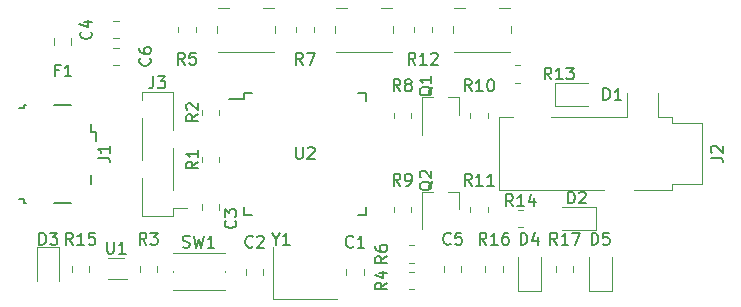
<source format=gbr>
%TF.GenerationSoftware,KiCad,Pcbnew,(5.1.9)-1*%
%TF.CreationDate,2021-12-06T20:25:47-06:00*%
%TF.ProjectId,microkfd,6d696372-6f6b-4666-942e-6b696361645f,A*%
%TF.SameCoordinates,Original*%
%TF.FileFunction,Legend,Top*%
%TF.FilePolarity,Positive*%
%FSLAX46Y46*%
G04 Gerber Fmt 4.6, Leading zero omitted, Abs format (unit mm)*
G04 Created by KiCad (PCBNEW (5.1.9)-1) date 2021-12-06 20:25:47*
%MOMM*%
%LPD*%
G01*
G04 APERTURE LIST*
%ADD10C,0.150000*%
%ADD11C,0.120000*%
G04 APERTURE END LIST*
D10*
%TO.C,J1*%
X96900000Y-101800000D02*
X96900000Y-102525000D01*
X96900000Y-98200000D02*
X96900000Y-97475000D01*
X97325000Y-98200000D02*
X96900000Y-98200000D01*
X97325000Y-98925000D02*
X97325000Y-98200000D01*
X93750000Y-104150000D02*
X95150000Y-104150000D01*
X91200000Y-104150000D02*
X91350000Y-104150000D01*
X91200000Y-103850000D02*
X91200000Y-104150000D01*
X90750000Y-103850000D02*
X91200000Y-103850000D01*
X91200000Y-96150000D02*
X90750000Y-96150000D01*
X91200000Y-95850000D02*
X91200000Y-96150000D01*
X91350000Y-95850000D02*
X91200000Y-95850000D01*
X95150000Y-95850000D02*
X93750000Y-95850000D01*
%TO.C,U2*%
X109825000Y-94825000D02*
X109825000Y-95400000D01*
X120175000Y-94825000D02*
X120175000Y-95500000D01*
X120175000Y-105175000D02*
X120175000Y-104500000D01*
X109825000Y-105175000D02*
X109825000Y-104500000D01*
X109825000Y-94825000D02*
X110500000Y-94825000D01*
X109825000Y-105175000D02*
X110500000Y-105175000D01*
X120175000Y-105175000D02*
X119500000Y-105175000D01*
X120175000Y-94825000D02*
X119500000Y-94825000D01*
X109825000Y-95400000D02*
X108550000Y-95400000D01*
D11*
%TO.C,C1*%
X119985000Y-110261252D02*
X119985000Y-109738748D01*
X118515000Y-110261252D02*
X118515000Y-109738748D01*
%TO.C,C2*%
X110015000Y-109738748D02*
X110015000Y-110261252D01*
X111485000Y-109738748D02*
X111485000Y-110261252D01*
%TO.C,C3*%
X107735000Y-104238748D02*
X107735000Y-104761252D01*
X106265000Y-104238748D02*
X106265000Y-104761252D01*
%TO.C,C4*%
X98738748Y-88765000D02*
X99261252Y-88765000D01*
X98738748Y-90235000D02*
X99261252Y-90235000D01*
%TO.C,C5*%
X126765000Y-110011252D02*
X126765000Y-109488748D01*
X128235000Y-110011252D02*
X128235000Y-109488748D01*
%TO.C,C6*%
X98738748Y-92485000D02*
X99261252Y-92485000D01*
X98738748Y-91015000D02*
X99261252Y-91015000D01*
%TO.C,D1*%
X139000000Y-94040000D02*
X136140000Y-94040000D01*
X136140000Y-94040000D02*
X136140000Y-95960000D01*
X136140000Y-95960000D02*
X139000000Y-95960000D01*
%TO.C,D2*%
X136750000Y-106460000D02*
X139610000Y-106460000D01*
X139610000Y-106460000D02*
X139610000Y-104540000D01*
X139610000Y-104540000D02*
X136750000Y-104540000D01*
%TO.C,D3*%
X92290000Y-107890000D02*
X92290000Y-110750000D01*
X94210000Y-107890000D02*
X92290000Y-107890000D01*
X94210000Y-110750000D02*
X94210000Y-107890000D01*
%TO.C,D4*%
X133040000Y-108725000D02*
X133040000Y-111585000D01*
X133040000Y-111585000D02*
X134960000Y-111585000D01*
X134960000Y-111585000D02*
X134960000Y-108725000D01*
%TO.C,D5*%
X140960000Y-111610000D02*
X140960000Y-108750000D01*
X139040000Y-111610000D02*
X140960000Y-111610000D01*
X139040000Y-108750000D02*
X139040000Y-111610000D01*
%TO.C,F1*%
X95210000Y-90238748D02*
X95210000Y-90761252D01*
X93790000Y-90238748D02*
X93790000Y-90761252D01*
%TO.C,J2*%
X144900000Y-96900000D02*
X146100000Y-96900000D01*
X146100000Y-96900000D02*
X146100000Y-97400000D01*
X146100000Y-97400000D02*
X148600000Y-97400000D01*
X148600000Y-97400000D02*
X148600000Y-102600000D01*
X148600000Y-102600000D02*
X146100000Y-102600000D01*
X146100000Y-102600000D02*
X146100000Y-103100000D01*
X146100000Y-103100000D02*
X142900000Y-103100000D01*
X140300000Y-103100000D02*
X131400000Y-103100000D01*
X131400000Y-103100000D02*
X131400000Y-96900000D01*
X131400000Y-96900000D02*
X132600000Y-96900000D01*
X135800000Y-96900000D02*
X142300000Y-96900000D01*
X144900000Y-96900000D02*
X144900000Y-94900000D01*
X142300000Y-96900000D02*
X142300000Y-94900000D01*
%TO.C,J3*%
X103830000Y-105240000D02*
X101170000Y-105240000D01*
X101170000Y-105240000D02*
X101170000Y-102030000D01*
X101170000Y-100510000D02*
X101170000Y-96950000D01*
X101170000Y-95430000D02*
X101170000Y-94760000D01*
X103830000Y-94760000D02*
X101170000Y-94760000D01*
X103830000Y-105240000D02*
X103830000Y-104570000D01*
X103830000Y-103050000D02*
X103830000Y-99490000D01*
X103830000Y-97970000D02*
X103830000Y-94760000D01*
X105040000Y-104570000D02*
X103830000Y-104570000D01*
%TO.C,Q1*%
X128080000Y-95240000D02*
X127150000Y-95240000D01*
X124920000Y-95240000D02*
X125850000Y-95240000D01*
X124920000Y-95240000D02*
X124920000Y-98400000D01*
X128080000Y-95240000D02*
X128080000Y-96700000D01*
%TO.C,Q2*%
X128080000Y-103240000D02*
X128080000Y-104700000D01*
X124920000Y-103240000D02*
X124920000Y-106400000D01*
X124920000Y-103240000D02*
X125850000Y-103240000D01*
X128080000Y-103240000D02*
X127150000Y-103240000D01*
%TO.C,R1*%
X107735000Y-100272936D02*
X107735000Y-100727064D01*
X106265000Y-100272936D02*
X106265000Y-100727064D01*
%TO.C,R2*%
X106265000Y-96272936D02*
X106265000Y-96727064D01*
X107735000Y-96272936D02*
X107735000Y-96727064D01*
%TO.C,R3*%
X102485000Y-109977064D02*
X102485000Y-109522936D01*
X101015000Y-109977064D02*
X101015000Y-109522936D01*
%TO.C,R4*%
X123772936Y-110015000D02*
X124227064Y-110015000D01*
X123772936Y-111485000D02*
X124227064Y-111485000D01*
%TO.C,R5*%
X105735000Y-89727064D02*
X105735000Y-89272936D01*
X104265000Y-89727064D02*
X104265000Y-89272936D01*
%TO.C,R6*%
X123772936Y-107765000D02*
X124227064Y-107765000D01*
X123772936Y-109235000D02*
X124227064Y-109235000D01*
%TO.C,R7*%
X114265000Y-89727064D02*
X114265000Y-89272936D01*
X115735000Y-89727064D02*
X115735000Y-89272936D01*
%TO.C,R8*%
X123985000Y-96977064D02*
X123985000Y-96522936D01*
X122515000Y-96977064D02*
X122515000Y-96522936D01*
%TO.C,R9*%
X122515000Y-104977064D02*
X122515000Y-104522936D01*
X123985000Y-104977064D02*
X123985000Y-104522936D01*
%TO.C,R10*%
X130485000Y-96522936D02*
X130485000Y-96977064D01*
X129015000Y-96522936D02*
X129015000Y-96977064D01*
%TO.C,R11*%
X129015000Y-104977064D02*
X129015000Y-104522936D01*
X130485000Y-104977064D02*
X130485000Y-104522936D01*
%TO.C,R12*%
X125735000Y-89727064D02*
X125735000Y-89272936D01*
X124265000Y-89727064D02*
X124265000Y-89272936D01*
%TO.C,R13*%
X132772936Y-92515000D02*
X133227064Y-92515000D01*
X132772936Y-93985000D02*
X133227064Y-93985000D01*
%TO.C,R14*%
X133022936Y-106235000D02*
X133477064Y-106235000D01*
X133022936Y-104765000D02*
X133477064Y-104765000D01*
%TO.C,R15*%
X95265000Y-109522936D02*
X95265000Y-109977064D01*
X96735000Y-109522936D02*
X96735000Y-109977064D01*
%TO.C,R16*%
X131735000Y-109522936D02*
X131735000Y-109977064D01*
X130265000Y-109522936D02*
X130265000Y-109977064D01*
%TO.C,R17*%
X136265000Y-109522936D02*
X136265000Y-109977064D01*
X137735000Y-109522936D02*
X137735000Y-109977064D01*
%TO.C,SW1*%
X103800000Y-109950000D02*
X103800000Y-110050000D01*
X108200000Y-108450000D02*
X103800000Y-108450000D01*
X103800000Y-111550000D02*
X108200000Y-111550000D01*
X108200000Y-109950000D02*
X108200000Y-110050000D01*
%TO.C,SW2*%
X112350000Y-87650000D02*
X111425000Y-87650000D01*
X112350000Y-91350000D02*
X107650000Y-91350000D01*
X107550000Y-89775000D02*
X107550000Y-89225000D01*
X112450000Y-89775000D02*
X112450000Y-89225000D01*
X108575000Y-87650000D02*
X107650000Y-87650000D01*
%TO.C,SW3*%
X118575000Y-87650000D02*
X117650000Y-87650000D01*
X122450000Y-89775000D02*
X122450000Y-89225000D01*
X117550000Y-89775000D02*
X117550000Y-89225000D01*
X122350000Y-91350000D02*
X117650000Y-91350000D01*
X122350000Y-87650000D02*
X121425000Y-87650000D01*
%TO.C,SW4*%
X132350000Y-87650000D02*
X131425000Y-87650000D01*
X132350000Y-91350000D02*
X127650000Y-91350000D01*
X127550000Y-89775000D02*
X127550000Y-89225000D01*
X132450000Y-89775000D02*
X132450000Y-89225000D01*
X128575000Y-87650000D02*
X127650000Y-87650000D01*
%TO.C,U1*%
X98350000Y-108850000D02*
X99650000Y-108850000D01*
X99900000Y-110650000D02*
X98350000Y-110650000D01*
%TO.C,Y1*%
X112300000Y-107900000D02*
X112300000Y-112300000D01*
X112300000Y-112300000D02*
X117700000Y-112300000D01*
%TO.C,J1*%
D10*
X97452380Y-100333333D02*
X98166666Y-100333333D01*
X98309523Y-100380952D01*
X98404761Y-100476190D01*
X98452380Y-100619047D01*
X98452380Y-100714285D01*
X98452380Y-99333333D02*
X98452380Y-99904761D01*
X98452380Y-99619047D02*
X97452380Y-99619047D01*
X97595238Y-99714285D01*
X97690476Y-99809523D01*
X97738095Y-99904761D01*
%TO.C,U2*%
X114238095Y-99452380D02*
X114238095Y-100261904D01*
X114285714Y-100357142D01*
X114333333Y-100404761D01*
X114428571Y-100452380D01*
X114619047Y-100452380D01*
X114714285Y-100404761D01*
X114761904Y-100357142D01*
X114809523Y-100261904D01*
X114809523Y-99452380D01*
X115238095Y-99547619D02*
X115285714Y-99500000D01*
X115380952Y-99452380D01*
X115619047Y-99452380D01*
X115714285Y-99500000D01*
X115761904Y-99547619D01*
X115809523Y-99642857D01*
X115809523Y-99738095D01*
X115761904Y-99880952D01*
X115190476Y-100452380D01*
X115809523Y-100452380D01*
%TO.C,C1*%
X119083333Y-107857142D02*
X119035714Y-107904761D01*
X118892857Y-107952380D01*
X118797619Y-107952380D01*
X118654761Y-107904761D01*
X118559523Y-107809523D01*
X118511904Y-107714285D01*
X118464285Y-107523809D01*
X118464285Y-107380952D01*
X118511904Y-107190476D01*
X118559523Y-107095238D01*
X118654761Y-107000000D01*
X118797619Y-106952380D01*
X118892857Y-106952380D01*
X119035714Y-107000000D01*
X119083333Y-107047619D01*
X120035714Y-107952380D02*
X119464285Y-107952380D01*
X119750000Y-107952380D02*
X119750000Y-106952380D01*
X119654761Y-107095238D01*
X119559523Y-107190476D01*
X119464285Y-107238095D01*
%TO.C,C2*%
X110583333Y-107857142D02*
X110535714Y-107904761D01*
X110392857Y-107952380D01*
X110297619Y-107952380D01*
X110154761Y-107904761D01*
X110059523Y-107809523D01*
X110011904Y-107714285D01*
X109964285Y-107523809D01*
X109964285Y-107380952D01*
X110011904Y-107190476D01*
X110059523Y-107095238D01*
X110154761Y-107000000D01*
X110297619Y-106952380D01*
X110392857Y-106952380D01*
X110535714Y-107000000D01*
X110583333Y-107047619D01*
X110964285Y-107047619D02*
X111011904Y-107000000D01*
X111107142Y-106952380D01*
X111345238Y-106952380D01*
X111440476Y-107000000D01*
X111488095Y-107047619D01*
X111535714Y-107142857D01*
X111535714Y-107238095D01*
X111488095Y-107380952D01*
X110916666Y-107952380D01*
X111535714Y-107952380D01*
%TO.C,C3*%
X109107142Y-105666666D02*
X109154761Y-105714285D01*
X109202380Y-105857142D01*
X109202380Y-105952380D01*
X109154761Y-106095238D01*
X109059523Y-106190476D01*
X108964285Y-106238095D01*
X108773809Y-106285714D01*
X108630952Y-106285714D01*
X108440476Y-106238095D01*
X108345238Y-106190476D01*
X108250000Y-106095238D01*
X108202380Y-105952380D01*
X108202380Y-105857142D01*
X108250000Y-105714285D01*
X108297619Y-105666666D01*
X108202380Y-105333333D02*
X108202380Y-104714285D01*
X108583333Y-105047619D01*
X108583333Y-104904761D01*
X108630952Y-104809523D01*
X108678571Y-104761904D01*
X108773809Y-104714285D01*
X109011904Y-104714285D01*
X109107142Y-104761904D01*
X109154761Y-104809523D01*
X109202380Y-104904761D01*
X109202380Y-105190476D01*
X109154761Y-105285714D01*
X109107142Y-105333333D01*
%TO.C,C4*%
X96857142Y-89666666D02*
X96904761Y-89714285D01*
X96952380Y-89857142D01*
X96952380Y-89952380D01*
X96904761Y-90095238D01*
X96809523Y-90190476D01*
X96714285Y-90238095D01*
X96523809Y-90285714D01*
X96380952Y-90285714D01*
X96190476Y-90238095D01*
X96095238Y-90190476D01*
X96000000Y-90095238D01*
X95952380Y-89952380D01*
X95952380Y-89857142D01*
X96000000Y-89714285D01*
X96047619Y-89666666D01*
X96285714Y-88809523D02*
X96952380Y-88809523D01*
X95904761Y-89047619D02*
X96619047Y-89285714D01*
X96619047Y-88666666D01*
%TO.C,C5*%
X127333333Y-107607142D02*
X127285714Y-107654761D01*
X127142857Y-107702380D01*
X127047619Y-107702380D01*
X126904761Y-107654761D01*
X126809523Y-107559523D01*
X126761904Y-107464285D01*
X126714285Y-107273809D01*
X126714285Y-107130952D01*
X126761904Y-106940476D01*
X126809523Y-106845238D01*
X126904761Y-106750000D01*
X127047619Y-106702380D01*
X127142857Y-106702380D01*
X127285714Y-106750000D01*
X127333333Y-106797619D01*
X128238095Y-106702380D02*
X127761904Y-106702380D01*
X127714285Y-107178571D01*
X127761904Y-107130952D01*
X127857142Y-107083333D01*
X128095238Y-107083333D01*
X128190476Y-107130952D01*
X128238095Y-107178571D01*
X128285714Y-107273809D01*
X128285714Y-107511904D01*
X128238095Y-107607142D01*
X128190476Y-107654761D01*
X128095238Y-107702380D01*
X127857142Y-107702380D01*
X127761904Y-107654761D01*
X127714285Y-107607142D01*
%TO.C,C6*%
X101857142Y-91916666D02*
X101904761Y-91964285D01*
X101952380Y-92107142D01*
X101952380Y-92202380D01*
X101904761Y-92345238D01*
X101809523Y-92440476D01*
X101714285Y-92488095D01*
X101523809Y-92535714D01*
X101380952Y-92535714D01*
X101190476Y-92488095D01*
X101095238Y-92440476D01*
X101000000Y-92345238D01*
X100952380Y-92202380D01*
X100952380Y-92107142D01*
X101000000Y-91964285D01*
X101047619Y-91916666D01*
X100952380Y-91059523D02*
X100952380Y-91250000D01*
X101000000Y-91345238D01*
X101047619Y-91392857D01*
X101190476Y-91488095D01*
X101380952Y-91535714D01*
X101761904Y-91535714D01*
X101857142Y-91488095D01*
X101904761Y-91440476D01*
X101952380Y-91345238D01*
X101952380Y-91154761D01*
X101904761Y-91059523D01*
X101857142Y-91011904D01*
X101761904Y-90964285D01*
X101523809Y-90964285D01*
X101428571Y-91011904D01*
X101380952Y-91059523D01*
X101333333Y-91154761D01*
X101333333Y-91345238D01*
X101380952Y-91440476D01*
X101428571Y-91488095D01*
X101523809Y-91535714D01*
%TO.C,D1*%
X140261904Y-95452380D02*
X140261904Y-94452380D01*
X140500000Y-94452380D01*
X140642857Y-94500000D01*
X140738095Y-94595238D01*
X140785714Y-94690476D01*
X140833333Y-94880952D01*
X140833333Y-95023809D01*
X140785714Y-95214285D01*
X140738095Y-95309523D01*
X140642857Y-95404761D01*
X140500000Y-95452380D01*
X140261904Y-95452380D01*
X141785714Y-95452380D02*
X141214285Y-95452380D01*
X141500000Y-95452380D02*
X141500000Y-94452380D01*
X141404761Y-94595238D01*
X141309523Y-94690476D01*
X141214285Y-94738095D01*
%TO.C,D2*%
X137261904Y-104202380D02*
X137261904Y-103202380D01*
X137500000Y-103202380D01*
X137642857Y-103250000D01*
X137738095Y-103345238D01*
X137785714Y-103440476D01*
X137833333Y-103630952D01*
X137833333Y-103773809D01*
X137785714Y-103964285D01*
X137738095Y-104059523D01*
X137642857Y-104154761D01*
X137500000Y-104202380D01*
X137261904Y-104202380D01*
X138214285Y-103297619D02*
X138261904Y-103250000D01*
X138357142Y-103202380D01*
X138595238Y-103202380D01*
X138690476Y-103250000D01*
X138738095Y-103297619D01*
X138785714Y-103392857D01*
X138785714Y-103488095D01*
X138738095Y-103630952D01*
X138166666Y-104202380D01*
X138785714Y-104202380D01*
%TO.C,D3*%
X92511904Y-107702380D02*
X92511904Y-106702380D01*
X92750000Y-106702380D01*
X92892857Y-106750000D01*
X92988095Y-106845238D01*
X93035714Y-106940476D01*
X93083333Y-107130952D01*
X93083333Y-107273809D01*
X93035714Y-107464285D01*
X92988095Y-107559523D01*
X92892857Y-107654761D01*
X92750000Y-107702380D01*
X92511904Y-107702380D01*
X93416666Y-106702380D02*
X94035714Y-106702380D01*
X93702380Y-107083333D01*
X93845238Y-107083333D01*
X93940476Y-107130952D01*
X93988095Y-107178571D01*
X94035714Y-107273809D01*
X94035714Y-107511904D01*
X93988095Y-107607142D01*
X93940476Y-107654761D01*
X93845238Y-107702380D01*
X93559523Y-107702380D01*
X93464285Y-107654761D01*
X93416666Y-107607142D01*
%TO.C,D4*%
X133261904Y-107702380D02*
X133261904Y-106702380D01*
X133500000Y-106702380D01*
X133642857Y-106750000D01*
X133738095Y-106845238D01*
X133785714Y-106940476D01*
X133833333Y-107130952D01*
X133833333Y-107273809D01*
X133785714Y-107464285D01*
X133738095Y-107559523D01*
X133642857Y-107654761D01*
X133500000Y-107702380D01*
X133261904Y-107702380D01*
X134690476Y-107035714D02*
X134690476Y-107702380D01*
X134452380Y-106654761D02*
X134214285Y-107369047D01*
X134833333Y-107369047D01*
%TO.C,D5*%
X139261904Y-107702380D02*
X139261904Y-106702380D01*
X139500000Y-106702380D01*
X139642857Y-106750000D01*
X139738095Y-106845238D01*
X139785714Y-106940476D01*
X139833333Y-107130952D01*
X139833333Y-107273809D01*
X139785714Y-107464285D01*
X139738095Y-107559523D01*
X139642857Y-107654761D01*
X139500000Y-107702380D01*
X139261904Y-107702380D01*
X140738095Y-106702380D02*
X140261904Y-106702380D01*
X140214285Y-107178571D01*
X140261904Y-107130952D01*
X140357142Y-107083333D01*
X140595238Y-107083333D01*
X140690476Y-107130952D01*
X140738095Y-107178571D01*
X140785714Y-107273809D01*
X140785714Y-107511904D01*
X140738095Y-107607142D01*
X140690476Y-107654761D01*
X140595238Y-107702380D01*
X140357142Y-107702380D01*
X140261904Y-107654761D01*
X140214285Y-107607142D01*
%TO.C,F1*%
X94166666Y-92928571D02*
X93833333Y-92928571D01*
X93833333Y-93452380D02*
X93833333Y-92452380D01*
X94309523Y-92452380D01*
X95214285Y-93452380D02*
X94642857Y-93452380D01*
X94928571Y-93452380D02*
X94928571Y-92452380D01*
X94833333Y-92595238D01*
X94738095Y-92690476D01*
X94642857Y-92738095D01*
%TO.C,J2*%
X149352380Y-100333333D02*
X150066666Y-100333333D01*
X150209523Y-100380952D01*
X150304761Y-100476190D01*
X150352380Y-100619047D01*
X150352380Y-100714285D01*
X149447619Y-99904761D02*
X149400000Y-99857142D01*
X149352380Y-99761904D01*
X149352380Y-99523809D01*
X149400000Y-99428571D01*
X149447619Y-99380952D01*
X149542857Y-99333333D01*
X149638095Y-99333333D01*
X149780952Y-99380952D01*
X150352380Y-99952380D01*
X150352380Y-99333333D01*
%TO.C,J3*%
X102166666Y-93452380D02*
X102166666Y-94166666D01*
X102119047Y-94309523D01*
X102023809Y-94404761D01*
X101880952Y-94452380D01*
X101785714Y-94452380D01*
X102547619Y-93452380D02*
X103166666Y-93452380D01*
X102833333Y-93833333D01*
X102976190Y-93833333D01*
X103071428Y-93880952D01*
X103119047Y-93928571D01*
X103166666Y-94023809D01*
X103166666Y-94261904D01*
X103119047Y-94357142D01*
X103071428Y-94404761D01*
X102976190Y-94452380D01*
X102690476Y-94452380D01*
X102595238Y-94404761D01*
X102547619Y-94357142D01*
%TO.C,Q1*%
X125797619Y-94345238D02*
X125750000Y-94440476D01*
X125654761Y-94535714D01*
X125511904Y-94678571D01*
X125464285Y-94773809D01*
X125464285Y-94869047D01*
X125702380Y-94821428D02*
X125654761Y-94916666D01*
X125559523Y-95011904D01*
X125369047Y-95059523D01*
X125035714Y-95059523D01*
X124845238Y-95011904D01*
X124750000Y-94916666D01*
X124702380Y-94821428D01*
X124702380Y-94630952D01*
X124750000Y-94535714D01*
X124845238Y-94440476D01*
X125035714Y-94392857D01*
X125369047Y-94392857D01*
X125559523Y-94440476D01*
X125654761Y-94535714D01*
X125702380Y-94630952D01*
X125702380Y-94821428D01*
X125702380Y-93440476D02*
X125702380Y-94011904D01*
X125702380Y-93726190D02*
X124702380Y-93726190D01*
X124845238Y-93821428D01*
X124940476Y-93916666D01*
X124988095Y-94011904D01*
%TO.C,Q2*%
X125797619Y-102345238D02*
X125750000Y-102440476D01*
X125654761Y-102535714D01*
X125511904Y-102678571D01*
X125464285Y-102773809D01*
X125464285Y-102869047D01*
X125702380Y-102821428D02*
X125654761Y-102916666D01*
X125559523Y-103011904D01*
X125369047Y-103059523D01*
X125035714Y-103059523D01*
X124845238Y-103011904D01*
X124750000Y-102916666D01*
X124702380Y-102821428D01*
X124702380Y-102630952D01*
X124750000Y-102535714D01*
X124845238Y-102440476D01*
X125035714Y-102392857D01*
X125369047Y-102392857D01*
X125559523Y-102440476D01*
X125654761Y-102535714D01*
X125702380Y-102630952D01*
X125702380Y-102821428D01*
X124797619Y-102011904D02*
X124750000Y-101964285D01*
X124702380Y-101869047D01*
X124702380Y-101630952D01*
X124750000Y-101535714D01*
X124797619Y-101488095D01*
X124892857Y-101440476D01*
X124988095Y-101440476D01*
X125130952Y-101488095D01*
X125702380Y-102059523D01*
X125702380Y-101440476D01*
%TO.C,R1*%
X105952380Y-100666666D02*
X105476190Y-101000000D01*
X105952380Y-101238095D02*
X104952380Y-101238095D01*
X104952380Y-100857142D01*
X105000000Y-100761904D01*
X105047619Y-100714285D01*
X105142857Y-100666666D01*
X105285714Y-100666666D01*
X105380952Y-100714285D01*
X105428571Y-100761904D01*
X105476190Y-100857142D01*
X105476190Y-101238095D01*
X105952380Y-99714285D02*
X105952380Y-100285714D01*
X105952380Y-100000000D02*
X104952380Y-100000000D01*
X105095238Y-100095238D01*
X105190476Y-100190476D01*
X105238095Y-100285714D01*
%TO.C,R2*%
X105952380Y-96666666D02*
X105476190Y-97000000D01*
X105952380Y-97238095D02*
X104952380Y-97238095D01*
X104952380Y-96857142D01*
X105000000Y-96761904D01*
X105047619Y-96714285D01*
X105142857Y-96666666D01*
X105285714Y-96666666D01*
X105380952Y-96714285D01*
X105428571Y-96761904D01*
X105476190Y-96857142D01*
X105476190Y-97238095D01*
X105047619Y-96285714D02*
X105000000Y-96238095D01*
X104952380Y-96142857D01*
X104952380Y-95904761D01*
X105000000Y-95809523D01*
X105047619Y-95761904D01*
X105142857Y-95714285D01*
X105238095Y-95714285D01*
X105380952Y-95761904D01*
X105952380Y-96333333D01*
X105952380Y-95714285D01*
%TO.C,R3*%
X101583333Y-107702380D02*
X101250000Y-107226190D01*
X101011904Y-107702380D02*
X101011904Y-106702380D01*
X101392857Y-106702380D01*
X101488095Y-106750000D01*
X101535714Y-106797619D01*
X101583333Y-106892857D01*
X101583333Y-107035714D01*
X101535714Y-107130952D01*
X101488095Y-107178571D01*
X101392857Y-107226190D01*
X101011904Y-107226190D01*
X101916666Y-106702380D02*
X102535714Y-106702380D01*
X102202380Y-107083333D01*
X102345238Y-107083333D01*
X102440476Y-107130952D01*
X102488095Y-107178571D01*
X102535714Y-107273809D01*
X102535714Y-107511904D01*
X102488095Y-107607142D01*
X102440476Y-107654761D01*
X102345238Y-107702380D01*
X102059523Y-107702380D01*
X101964285Y-107654761D01*
X101916666Y-107607142D01*
%TO.C,R4*%
X121952380Y-110916666D02*
X121476190Y-111250000D01*
X121952380Y-111488095D02*
X120952380Y-111488095D01*
X120952380Y-111107142D01*
X121000000Y-111011904D01*
X121047619Y-110964285D01*
X121142857Y-110916666D01*
X121285714Y-110916666D01*
X121380952Y-110964285D01*
X121428571Y-111011904D01*
X121476190Y-111107142D01*
X121476190Y-111488095D01*
X121285714Y-110059523D02*
X121952380Y-110059523D01*
X120904761Y-110297619D02*
X121619047Y-110535714D01*
X121619047Y-109916666D01*
%TO.C,R5*%
X104833333Y-92452380D02*
X104500000Y-91976190D01*
X104261904Y-92452380D02*
X104261904Y-91452380D01*
X104642857Y-91452380D01*
X104738095Y-91500000D01*
X104785714Y-91547619D01*
X104833333Y-91642857D01*
X104833333Y-91785714D01*
X104785714Y-91880952D01*
X104738095Y-91928571D01*
X104642857Y-91976190D01*
X104261904Y-91976190D01*
X105738095Y-91452380D02*
X105261904Y-91452380D01*
X105214285Y-91928571D01*
X105261904Y-91880952D01*
X105357142Y-91833333D01*
X105595238Y-91833333D01*
X105690476Y-91880952D01*
X105738095Y-91928571D01*
X105785714Y-92023809D01*
X105785714Y-92261904D01*
X105738095Y-92357142D01*
X105690476Y-92404761D01*
X105595238Y-92452380D01*
X105357142Y-92452380D01*
X105261904Y-92404761D01*
X105214285Y-92357142D01*
%TO.C,R6*%
X121952380Y-108666666D02*
X121476190Y-109000000D01*
X121952380Y-109238095D02*
X120952380Y-109238095D01*
X120952380Y-108857142D01*
X121000000Y-108761904D01*
X121047619Y-108714285D01*
X121142857Y-108666666D01*
X121285714Y-108666666D01*
X121380952Y-108714285D01*
X121428571Y-108761904D01*
X121476190Y-108857142D01*
X121476190Y-109238095D01*
X120952380Y-107809523D02*
X120952380Y-108000000D01*
X121000000Y-108095238D01*
X121047619Y-108142857D01*
X121190476Y-108238095D01*
X121380952Y-108285714D01*
X121761904Y-108285714D01*
X121857142Y-108238095D01*
X121904761Y-108190476D01*
X121952380Y-108095238D01*
X121952380Y-107904761D01*
X121904761Y-107809523D01*
X121857142Y-107761904D01*
X121761904Y-107714285D01*
X121523809Y-107714285D01*
X121428571Y-107761904D01*
X121380952Y-107809523D01*
X121333333Y-107904761D01*
X121333333Y-108095238D01*
X121380952Y-108190476D01*
X121428571Y-108238095D01*
X121523809Y-108285714D01*
%TO.C,R7*%
X114833333Y-92452380D02*
X114500000Y-91976190D01*
X114261904Y-92452380D02*
X114261904Y-91452380D01*
X114642857Y-91452380D01*
X114738095Y-91500000D01*
X114785714Y-91547619D01*
X114833333Y-91642857D01*
X114833333Y-91785714D01*
X114785714Y-91880952D01*
X114738095Y-91928571D01*
X114642857Y-91976190D01*
X114261904Y-91976190D01*
X115166666Y-91452380D02*
X115833333Y-91452380D01*
X115404761Y-92452380D01*
%TO.C,R8*%
X123083333Y-94702380D02*
X122750000Y-94226190D01*
X122511904Y-94702380D02*
X122511904Y-93702380D01*
X122892857Y-93702380D01*
X122988095Y-93750000D01*
X123035714Y-93797619D01*
X123083333Y-93892857D01*
X123083333Y-94035714D01*
X123035714Y-94130952D01*
X122988095Y-94178571D01*
X122892857Y-94226190D01*
X122511904Y-94226190D01*
X123654761Y-94130952D02*
X123559523Y-94083333D01*
X123511904Y-94035714D01*
X123464285Y-93940476D01*
X123464285Y-93892857D01*
X123511904Y-93797619D01*
X123559523Y-93750000D01*
X123654761Y-93702380D01*
X123845238Y-93702380D01*
X123940476Y-93750000D01*
X123988095Y-93797619D01*
X124035714Y-93892857D01*
X124035714Y-93940476D01*
X123988095Y-94035714D01*
X123940476Y-94083333D01*
X123845238Y-94130952D01*
X123654761Y-94130952D01*
X123559523Y-94178571D01*
X123511904Y-94226190D01*
X123464285Y-94321428D01*
X123464285Y-94511904D01*
X123511904Y-94607142D01*
X123559523Y-94654761D01*
X123654761Y-94702380D01*
X123845238Y-94702380D01*
X123940476Y-94654761D01*
X123988095Y-94607142D01*
X124035714Y-94511904D01*
X124035714Y-94321428D01*
X123988095Y-94226190D01*
X123940476Y-94178571D01*
X123845238Y-94130952D01*
%TO.C,R9*%
X123083333Y-102702380D02*
X122750000Y-102226190D01*
X122511904Y-102702380D02*
X122511904Y-101702380D01*
X122892857Y-101702380D01*
X122988095Y-101750000D01*
X123035714Y-101797619D01*
X123083333Y-101892857D01*
X123083333Y-102035714D01*
X123035714Y-102130952D01*
X122988095Y-102178571D01*
X122892857Y-102226190D01*
X122511904Y-102226190D01*
X123559523Y-102702380D02*
X123750000Y-102702380D01*
X123845238Y-102654761D01*
X123892857Y-102607142D01*
X123988095Y-102464285D01*
X124035714Y-102273809D01*
X124035714Y-101892857D01*
X123988095Y-101797619D01*
X123940476Y-101750000D01*
X123845238Y-101702380D01*
X123654761Y-101702380D01*
X123559523Y-101750000D01*
X123511904Y-101797619D01*
X123464285Y-101892857D01*
X123464285Y-102130952D01*
X123511904Y-102226190D01*
X123559523Y-102273809D01*
X123654761Y-102321428D01*
X123845238Y-102321428D01*
X123940476Y-102273809D01*
X123988095Y-102226190D01*
X124035714Y-102130952D01*
%TO.C,R10*%
X129107142Y-94702380D02*
X128773809Y-94226190D01*
X128535714Y-94702380D02*
X128535714Y-93702380D01*
X128916666Y-93702380D01*
X129011904Y-93750000D01*
X129059523Y-93797619D01*
X129107142Y-93892857D01*
X129107142Y-94035714D01*
X129059523Y-94130952D01*
X129011904Y-94178571D01*
X128916666Y-94226190D01*
X128535714Y-94226190D01*
X130059523Y-94702380D02*
X129488095Y-94702380D01*
X129773809Y-94702380D02*
X129773809Y-93702380D01*
X129678571Y-93845238D01*
X129583333Y-93940476D01*
X129488095Y-93988095D01*
X130678571Y-93702380D02*
X130773809Y-93702380D01*
X130869047Y-93750000D01*
X130916666Y-93797619D01*
X130964285Y-93892857D01*
X131011904Y-94083333D01*
X131011904Y-94321428D01*
X130964285Y-94511904D01*
X130916666Y-94607142D01*
X130869047Y-94654761D01*
X130773809Y-94702380D01*
X130678571Y-94702380D01*
X130583333Y-94654761D01*
X130535714Y-94607142D01*
X130488095Y-94511904D01*
X130440476Y-94321428D01*
X130440476Y-94083333D01*
X130488095Y-93892857D01*
X130535714Y-93797619D01*
X130583333Y-93750000D01*
X130678571Y-93702380D01*
%TO.C,R11*%
X129107142Y-102702380D02*
X128773809Y-102226190D01*
X128535714Y-102702380D02*
X128535714Y-101702380D01*
X128916666Y-101702380D01*
X129011904Y-101750000D01*
X129059523Y-101797619D01*
X129107142Y-101892857D01*
X129107142Y-102035714D01*
X129059523Y-102130952D01*
X129011904Y-102178571D01*
X128916666Y-102226190D01*
X128535714Y-102226190D01*
X130059523Y-102702380D02*
X129488095Y-102702380D01*
X129773809Y-102702380D02*
X129773809Y-101702380D01*
X129678571Y-101845238D01*
X129583333Y-101940476D01*
X129488095Y-101988095D01*
X131011904Y-102702380D02*
X130440476Y-102702380D01*
X130726190Y-102702380D02*
X130726190Y-101702380D01*
X130630952Y-101845238D01*
X130535714Y-101940476D01*
X130440476Y-101988095D01*
%TO.C,R12*%
X124357142Y-92452380D02*
X124023809Y-91976190D01*
X123785714Y-92452380D02*
X123785714Y-91452380D01*
X124166666Y-91452380D01*
X124261904Y-91500000D01*
X124309523Y-91547619D01*
X124357142Y-91642857D01*
X124357142Y-91785714D01*
X124309523Y-91880952D01*
X124261904Y-91928571D01*
X124166666Y-91976190D01*
X123785714Y-91976190D01*
X125309523Y-92452380D02*
X124738095Y-92452380D01*
X125023809Y-92452380D02*
X125023809Y-91452380D01*
X124928571Y-91595238D01*
X124833333Y-91690476D01*
X124738095Y-91738095D01*
X125690476Y-91547619D02*
X125738095Y-91500000D01*
X125833333Y-91452380D01*
X126071428Y-91452380D01*
X126166666Y-91500000D01*
X126214285Y-91547619D01*
X126261904Y-91642857D01*
X126261904Y-91738095D01*
X126214285Y-91880952D01*
X125642857Y-92452380D01*
X126261904Y-92452380D01*
%TO.C,R13*%
X135857142Y-93702380D02*
X135523809Y-93226190D01*
X135285714Y-93702380D02*
X135285714Y-92702380D01*
X135666666Y-92702380D01*
X135761904Y-92750000D01*
X135809523Y-92797619D01*
X135857142Y-92892857D01*
X135857142Y-93035714D01*
X135809523Y-93130952D01*
X135761904Y-93178571D01*
X135666666Y-93226190D01*
X135285714Y-93226190D01*
X136809523Y-93702380D02*
X136238095Y-93702380D01*
X136523809Y-93702380D02*
X136523809Y-92702380D01*
X136428571Y-92845238D01*
X136333333Y-92940476D01*
X136238095Y-92988095D01*
X137142857Y-92702380D02*
X137761904Y-92702380D01*
X137428571Y-93083333D01*
X137571428Y-93083333D01*
X137666666Y-93130952D01*
X137714285Y-93178571D01*
X137761904Y-93273809D01*
X137761904Y-93511904D01*
X137714285Y-93607142D01*
X137666666Y-93654761D01*
X137571428Y-93702380D01*
X137285714Y-93702380D01*
X137190476Y-93654761D01*
X137142857Y-93607142D01*
%TO.C,R14*%
X132607142Y-104452380D02*
X132273809Y-103976190D01*
X132035714Y-104452380D02*
X132035714Y-103452380D01*
X132416666Y-103452380D01*
X132511904Y-103500000D01*
X132559523Y-103547619D01*
X132607142Y-103642857D01*
X132607142Y-103785714D01*
X132559523Y-103880952D01*
X132511904Y-103928571D01*
X132416666Y-103976190D01*
X132035714Y-103976190D01*
X133559523Y-104452380D02*
X132988095Y-104452380D01*
X133273809Y-104452380D02*
X133273809Y-103452380D01*
X133178571Y-103595238D01*
X133083333Y-103690476D01*
X132988095Y-103738095D01*
X134416666Y-103785714D02*
X134416666Y-104452380D01*
X134178571Y-103404761D02*
X133940476Y-104119047D01*
X134559523Y-104119047D01*
%TO.C,R15*%
X95357142Y-107702380D02*
X95023809Y-107226190D01*
X94785714Y-107702380D02*
X94785714Y-106702380D01*
X95166666Y-106702380D01*
X95261904Y-106750000D01*
X95309523Y-106797619D01*
X95357142Y-106892857D01*
X95357142Y-107035714D01*
X95309523Y-107130952D01*
X95261904Y-107178571D01*
X95166666Y-107226190D01*
X94785714Y-107226190D01*
X96309523Y-107702380D02*
X95738095Y-107702380D01*
X96023809Y-107702380D02*
X96023809Y-106702380D01*
X95928571Y-106845238D01*
X95833333Y-106940476D01*
X95738095Y-106988095D01*
X97214285Y-106702380D02*
X96738095Y-106702380D01*
X96690476Y-107178571D01*
X96738095Y-107130952D01*
X96833333Y-107083333D01*
X97071428Y-107083333D01*
X97166666Y-107130952D01*
X97214285Y-107178571D01*
X97261904Y-107273809D01*
X97261904Y-107511904D01*
X97214285Y-107607142D01*
X97166666Y-107654761D01*
X97071428Y-107702380D01*
X96833333Y-107702380D01*
X96738095Y-107654761D01*
X96690476Y-107607142D01*
%TO.C,R16*%
X130357142Y-107702380D02*
X130023809Y-107226190D01*
X129785714Y-107702380D02*
X129785714Y-106702380D01*
X130166666Y-106702380D01*
X130261904Y-106750000D01*
X130309523Y-106797619D01*
X130357142Y-106892857D01*
X130357142Y-107035714D01*
X130309523Y-107130952D01*
X130261904Y-107178571D01*
X130166666Y-107226190D01*
X129785714Y-107226190D01*
X131309523Y-107702380D02*
X130738095Y-107702380D01*
X131023809Y-107702380D02*
X131023809Y-106702380D01*
X130928571Y-106845238D01*
X130833333Y-106940476D01*
X130738095Y-106988095D01*
X132166666Y-106702380D02*
X131976190Y-106702380D01*
X131880952Y-106750000D01*
X131833333Y-106797619D01*
X131738095Y-106940476D01*
X131690476Y-107130952D01*
X131690476Y-107511904D01*
X131738095Y-107607142D01*
X131785714Y-107654761D01*
X131880952Y-107702380D01*
X132071428Y-107702380D01*
X132166666Y-107654761D01*
X132214285Y-107607142D01*
X132261904Y-107511904D01*
X132261904Y-107273809D01*
X132214285Y-107178571D01*
X132166666Y-107130952D01*
X132071428Y-107083333D01*
X131880952Y-107083333D01*
X131785714Y-107130952D01*
X131738095Y-107178571D01*
X131690476Y-107273809D01*
%TO.C,R17*%
X136357142Y-107702380D02*
X136023809Y-107226190D01*
X135785714Y-107702380D02*
X135785714Y-106702380D01*
X136166666Y-106702380D01*
X136261904Y-106750000D01*
X136309523Y-106797619D01*
X136357142Y-106892857D01*
X136357142Y-107035714D01*
X136309523Y-107130952D01*
X136261904Y-107178571D01*
X136166666Y-107226190D01*
X135785714Y-107226190D01*
X137309523Y-107702380D02*
X136738095Y-107702380D01*
X137023809Y-107702380D02*
X137023809Y-106702380D01*
X136928571Y-106845238D01*
X136833333Y-106940476D01*
X136738095Y-106988095D01*
X137642857Y-106702380D02*
X138309523Y-106702380D01*
X137880952Y-107702380D01*
%TO.C,SW1*%
X104666666Y-107904761D02*
X104809523Y-107952380D01*
X105047619Y-107952380D01*
X105142857Y-107904761D01*
X105190476Y-107857142D01*
X105238095Y-107761904D01*
X105238095Y-107666666D01*
X105190476Y-107571428D01*
X105142857Y-107523809D01*
X105047619Y-107476190D01*
X104857142Y-107428571D01*
X104761904Y-107380952D01*
X104714285Y-107333333D01*
X104666666Y-107238095D01*
X104666666Y-107142857D01*
X104714285Y-107047619D01*
X104761904Y-107000000D01*
X104857142Y-106952380D01*
X105095238Y-106952380D01*
X105238095Y-107000000D01*
X105571428Y-106952380D02*
X105809523Y-107952380D01*
X106000000Y-107238095D01*
X106190476Y-107952380D01*
X106428571Y-106952380D01*
X107333333Y-107952380D02*
X106761904Y-107952380D01*
X107047619Y-107952380D02*
X107047619Y-106952380D01*
X106952380Y-107095238D01*
X106857142Y-107190476D01*
X106761904Y-107238095D01*
%TO.C,U1*%
X98238095Y-107452380D02*
X98238095Y-108261904D01*
X98285714Y-108357142D01*
X98333333Y-108404761D01*
X98428571Y-108452380D01*
X98619047Y-108452380D01*
X98714285Y-108404761D01*
X98761904Y-108357142D01*
X98809523Y-108261904D01*
X98809523Y-107452380D01*
X99809523Y-108452380D02*
X99238095Y-108452380D01*
X99523809Y-108452380D02*
X99523809Y-107452380D01*
X99428571Y-107595238D01*
X99333333Y-107690476D01*
X99238095Y-107738095D01*
%TO.C,Y1*%
X112523809Y-107226190D02*
X112523809Y-107702380D01*
X112190476Y-106702380D02*
X112523809Y-107226190D01*
X112857142Y-106702380D01*
X113714285Y-107702380D02*
X113142857Y-107702380D01*
X113428571Y-107702380D02*
X113428571Y-106702380D01*
X113333333Y-106845238D01*
X113238095Y-106940476D01*
X113142857Y-106988095D01*
%TD*%
M02*

</source>
